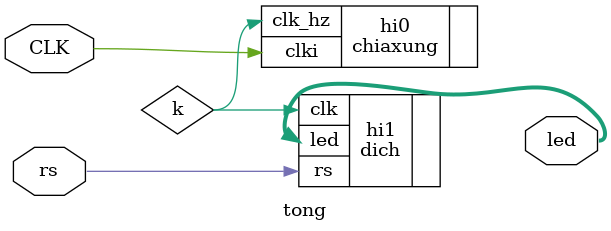
<source format=v>
`timescale 1ns / 1ps
module tong(
input CLK,rs,
output [7:0]led
    );
	 wire k;
chiaxung hi0 (.clki(CLK),.clk_hz(k));
dich     hi1 (.clk(k),.rs(rs),.led(led));
endmodule


</source>
